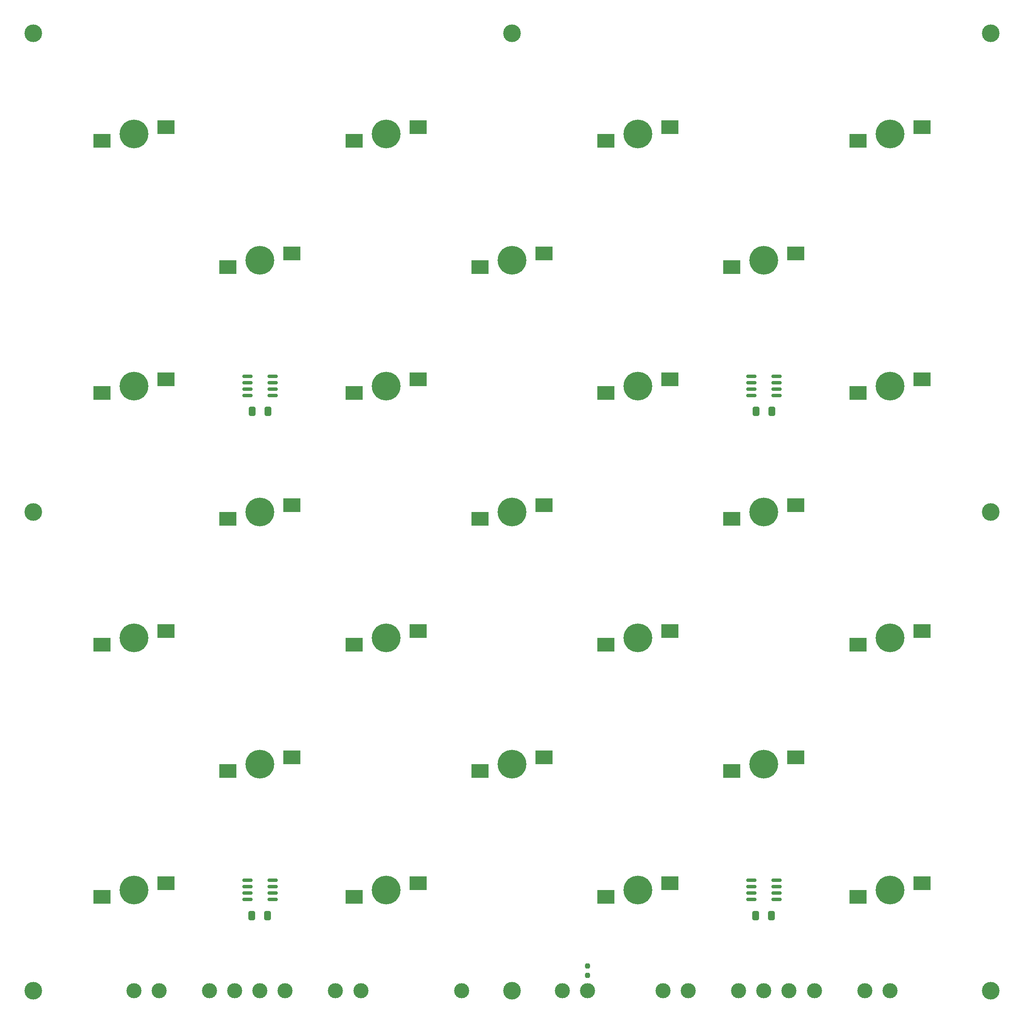
<source format=gbr>
%TF.GenerationSoftware,KiCad,Pcbnew,(5.99.0-7597-g9f5b12c7f7)*%
%TF.CreationDate,2021-12-15T12:42:07+01:00*%
%TF.ProjectId,reflector,7265666c-6563-4746-9f72-2e6b69636164,rev?*%
%TF.SameCoordinates,Original*%
%TF.FileFunction,Soldermask,Top*%
%TF.FilePolarity,Negative*%
%FSLAX46Y46*%
G04 Gerber Fmt 4.6, Leading zero omitted, Abs format (unit mm)*
G04 Created by KiCad (PCBNEW (5.99.0-7597-g9f5b12c7f7)) date 2021-12-15 12:42:07*
%MOMM*%
%LPD*%
G01*
G04 APERTURE LIST*
G04 Aperture macros list*
%AMRoundRect*
0 Rectangle with rounded corners*
0 $1 Rounding radius*
0 $2 $3 $4 $5 $6 $7 $8 $9 X,Y pos of 4 corners*
0 Add a 4 corners polygon primitive as box body*
4,1,4,$2,$3,$4,$5,$6,$7,$8,$9,$2,$3,0*
0 Add four circle primitives for the rounded corners*
1,1,$1+$1,$2,$3,0*
1,1,$1+$1,$4,$5,0*
1,1,$1+$1,$6,$7,0*
1,1,$1+$1,$8,$9,0*
0 Add four rect primitives between the rounded corners*
20,1,$1+$1,$2,$3,$4,$5,0*
20,1,$1+$1,$4,$5,$6,$7,0*
20,1,$1+$1,$6,$7,$8,$9,0*
20,1,$1+$1,$8,$9,$2,$3,0*%
G04 Aperture macros list end*
%ADD10R,3.500000X2.700000*%
%ADD11C,5.700000*%
%ADD12C,3.000000*%
%ADD13RoundRect,0.150000X-0.825000X-0.150000X0.825000X-0.150000X0.825000X0.150000X-0.825000X0.150000X0*%
%ADD14RoundRect,0.250000X0.412500X0.650000X-0.412500X0.650000X-0.412500X-0.650000X0.412500X-0.650000X0*%
%ADD15C,3.500000*%
%ADD16RoundRect,0.237500X0.237500X-0.250000X0.237500X0.250000X-0.237500X0.250000X-0.237500X-0.250000X0*%
G04 APERTURE END LIST*
D10*
%TO.C,D22*%
X106350000Y-78650000D03*
X93650000Y-81350000D03*
D11*
X100000000Y-80000000D03*
%TD*%
D12*
%TO.C,J2*%
X115000000Y-225000000D03*
%TD*%
D13*
%TO.C,U2*%
X197525000Y-203095000D03*
X197525000Y-204365000D03*
X197525000Y-205635000D03*
X197525000Y-206905000D03*
X202475000Y-206905000D03*
X202475000Y-205635000D03*
X202475000Y-204365000D03*
X202475000Y-203095000D03*
%TD*%
D12*
%TO.C,J4*%
X75000000Y-225000000D03*
%TD*%
D13*
%TO.C,U4*%
X97525000Y-103095000D03*
X97525000Y-104365000D03*
X97525000Y-105635000D03*
X97525000Y-106905000D03*
X102475000Y-106905000D03*
X102475000Y-105635000D03*
X102475000Y-104365000D03*
X102475000Y-103095000D03*
%TD*%
D12*
%TO.C,J8*%
X185000000Y-225000000D03*
%TD*%
D10*
%TO.C,D23*%
X193650000Y-81350000D03*
X206350000Y-78650000D03*
D11*
X200000000Y-80000000D03*
%TD*%
D10*
%TO.C,D13*%
X231350000Y-53650000D03*
X218650000Y-56350000D03*
D11*
X225000000Y-55000000D03*
%TD*%
D12*
%TO.C,J5*%
X220000000Y-225000000D03*
%TD*%
D10*
%TO.C,D17*%
X81350000Y-103650000D03*
X68650000Y-106350000D03*
D11*
X75000000Y-105000000D03*
%TD*%
D10*
%TO.C,D20*%
X193650000Y-131350000D03*
X206350000Y-128650000D03*
D11*
X200000000Y-130000000D03*
%TD*%
D12*
%TO.C,J17*%
X90000000Y-225000000D03*
%TD*%
D10*
%TO.C,D4*%
X168650000Y-206350000D03*
X181350000Y-203650000D03*
D11*
X175000000Y-205000000D03*
%TD*%
D14*
%TO.C,C1*%
X201562500Y-110000000D03*
X198437500Y-110000000D03*
%TD*%
D15*
%TO.C,H1*%
X55000000Y-35000000D03*
%TD*%
D14*
%TO.C,C3*%
X101562500Y-110000000D03*
X98437500Y-110000000D03*
%TD*%
D12*
%TO.C,J16*%
X100000000Y-225000000D03*
%TD*%
D10*
%TO.C,D10*%
X106350000Y-128650000D03*
X93650000Y-131350000D03*
D11*
X100000000Y-130000000D03*
%TD*%
D10*
%TO.C,D6*%
X118650000Y-156350000D03*
X131350000Y-153650000D03*
D11*
X125000000Y-155000000D03*
%TD*%
D15*
%TO.C,H5*%
X245000000Y-130000000D03*
%TD*%
D12*
%TO.C,J15*%
X105000000Y-225000000D03*
%TD*%
D15*
%TO.C,H8*%
X55000000Y-130000000D03*
%TD*%
D10*
%TO.C,D1*%
X131350000Y-203650000D03*
X118650000Y-206350000D03*
D11*
X125000000Y-205000000D03*
%TD*%
D10*
%TO.C,D8*%
X181350000Y-53650000D03*
X168650000Y-56350000D03*
D11*
X175000000Y-55000000D03*
%TD*%
D10*
%TO.C,D14*%
X231350000Y-153650000D03*
X218650000Y-156350000D03*
D11*
X225000000Y-155000000D03*
%TD*%
D15*
%TO.C,H2*%
X245000000Y-35000000D03*
%TD*%
D12*
%TO.C,J14*%
X195000000Y-225000000D03*
%TD*%
D10*
%TO.C,D25*%
X143650000Y-131350000D03*
X156350000Y-128650000D03*
D11*
X150000000Y-130000000D03*
%TD*%
D15*
%TO.C,H3*%
X55000000Y-225000000D03*
%TD*%
D12*
%TO.C,J3*%
X80000000Y-225000000D03*
%TD*%
D14*
%TO.C,C4*%
X101512500Y-210100000D03*
X98387500Y-210100000D03*
%TD*%
D13*
%TO.C,U1*%
X197525000Y-103095000D03*
X197525000Y-104365000D03*
X197525000Y-105635000D03*
X197525000Y-106905000D03*
X202475000Y-106905000D03*
X202475000Y-105635000D03*
X202475000Y-104365000D03*
X202475000Y-103095000D03*
%TD*%
D12*
%TO.C,J13*%
X200000000Y-225000000D03*
%TD*%
D10*
%TO.C,D21*%
X106350000Y-178650000D03*
X93650000Y-181350000D03*
D11*
X100000000Y-180000000D03*
%TD*%
D12*
%TO.C,J12*%
X210000000Y-225000000D03*
%TD*%
D10*
%TO.C,D24*%
X193650000Y-181350000D03*
X206350000Y-178650000D03*
D11*
X200000000Y-180000000D03*
%TD*%
D10*
%TO.C,D3*%
X168650000Y-106350000D03*
X181350000Y-103650000D03*
D11*
X175000000Y-105000000D03*
%TD*%
D10*
%TO.C,D15*%
X156350000Y-78650000D03*
X143650000Y-81350000D03*
D11*
X150000000Y-80000000D03*
%TD*%
D10*
%TO.C,D11*%
X68650000Y-156350000D03*
X81350000Y-153650000D03*
D11*
X75000000Y-155000000D03*
%TD*%
D10*
%TO.C,D19*%
X218650000Y-206350000D03*
X231350000Y-203650000D03*
D11*
X225000000Y-205000000D03*
%TD*%
D12*
%TO.C,J18*%
X95000000Y-225000000D03*
%TD*%
D14*
%TO.C,C2*%
X201512500Y-210050000D03*
X198387500Y-210050000D03*
%TD*%
D10*
%TO.C,D18*%
X218650000Y-106350000D03*
X231350000Y-103650000D03*
D11*
X225000000Y-105000000D03*
%TD*%
D12*
%TO.C,J7*%
X180000000Y-225000000D03*
%TD*%
D10*
%TO.C,D7*%
X118650000Y-56350000D03*
X131350000Y-53650000D03*
D11*
X125000000Y-55000000D03*
%TD*%
D12*
%TO.C,J9*%
X140000000Y-225000000D03*
%TD*%
D13*
%TO.C,U3*%
X97525000Y-203095000D03*
X97525000Y-204365000D03*
X97525000Y-205635000D03*
X97525000Y-206905000D03*
X102475000Y-206905000D03*
X102475000Y-205635000D03*
X102475000Y-204365000D03*
X102475000Y-203095000D03*
%TD*%
D12*
%TO.C,J19*%
X165000000Y-225000000D03*
%TD*%
D10*
%TO.C,D9*%
X181350000Y-153650000D03*
X168650000Y-156350000D03*
D11*
X175000000Y-155000000D03*
%TD*%
D15*
%TO.C,H6*%
X245000000Y-225000000D03*
%TD*%
D10*
%TO.C,D5*%
X143650000Y-181350000D03*
X156350000Y-178650000D03*
D11*
X150000000Y-180000000D03*
%TD*%
D15*
%TO.C,H7*%
X150000000Y-35000000D03*
%TD*%
D10*
%TO.C,D2*%
X131350000Y-103650000D03*
X118650000Y-106350000D03*
D11*
X125000000Y-105000000D03*
%TD*%
D12*
%TO.C,J6*%
X225000000Y-225000000D03*
%TD*%
%TO.C,J1*%
X120000000Y-225000000D03*
%TD*%
D15*
%TO.C,H4*%
X150000000Y-225000000D03*
%TD*%
D12*
%TO.C,J10*%
X160000000Y-225000000D03*
%TD*%
D16*
%TO.C,R1*%
X165000000Y-221912500D03*
X165000000Y-220087500D03*
%TD*%
D10*
%TO.C,D16*%
X81350000Y-203650000D03*
X68650000Y-206350000D03*
D11*
X75000000Y-205000000D03*
%TD*%
D12*
%TO.C,J11*%
X205000000Y-225000000D03*
%TD*%
D10*
%TO.C,D12*%
X68650000Y-56350000D03*
X81350000Y-53650000D03*
D11*
X75000000Y-55000000D03*
%TD*%
M02*

</source>
